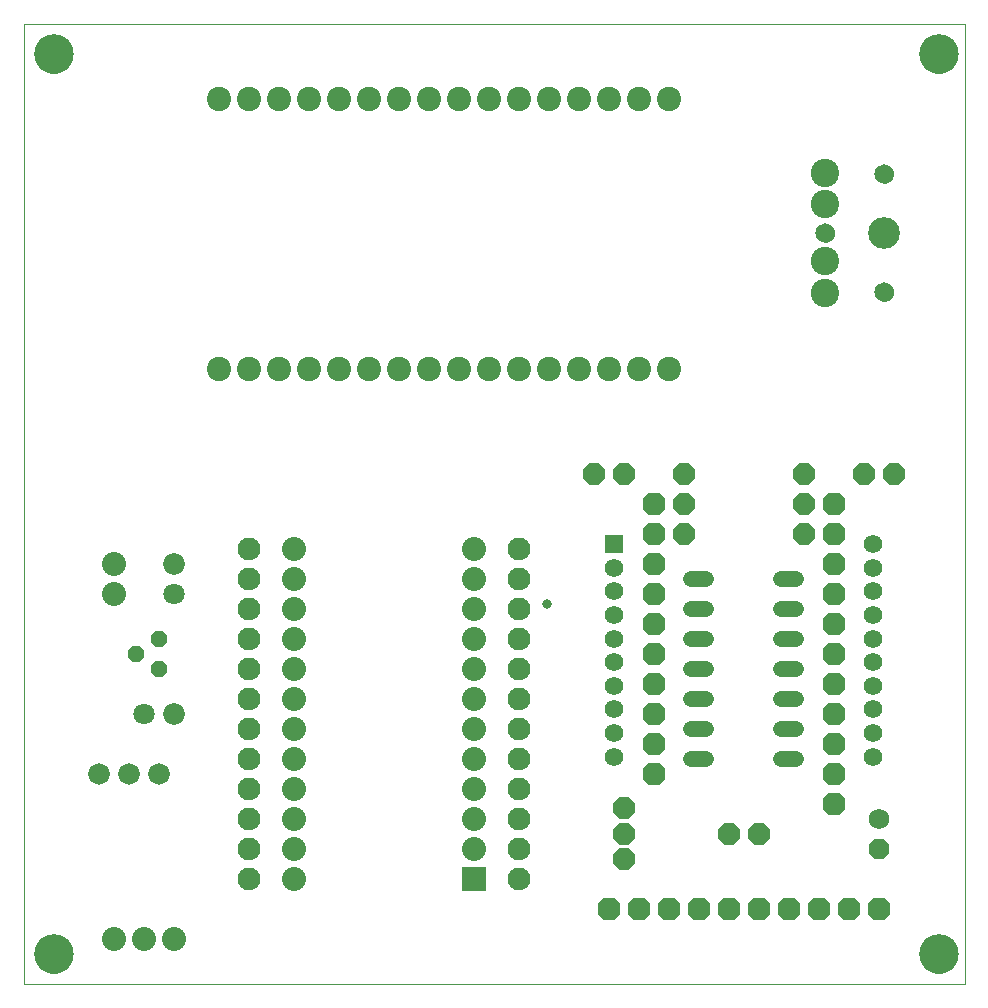
<source format=gbs>
G75*
%MOIN*%
%OFA0B0*%
%FSLAX25Y25*%
%IPPOS*%
%LPD*%
%AMOC8*
5,1,8,0,0,1.08239X$1,22.5*
%
%ADD10C,0.00000*%
%ADD11C,0.13198*%
%ADD12C,0.08000*%
%ADD13OC8,0.05400*%
%ADD14C,0.07071*%
%ADD15C,0.07211*%
%ADD16C,0.06200*%
%ADD17R,0.06200X0.06200*%
%ADD18OC8,0.07200*%
%ADD19OC8,0.06900*%
%ADD20C,0.06900*%
%ADD21C,0.05400*%
%ADD22OC8,0.07600*%
%ADD23R,0.08000X0.08000*%
%ADD24C,0.07600*%
%ADD25C,0.08100*%
%ADD26C,0.10600*%
%ADD27C,0.09458*%
%ADD28C,0.06506*%
%ADD29C,0.07200*%
%ADD30C,0.03300*%
D10*
X0001800Y0001800D02*
X0001800Y0321761D01*
X0315501Y0321761D01*
X0315501Y0001800D01*
X0001800Y0001800D01*
X0005501Y0011800D02*
X0005503Y0011958D01*
X0005509Y0012116D01*
X0005519Y0012274D01*
X0005533Y0012432D01*
X0005551Y0012589D01*
X0005572Y0012746D01*
X0005598Y0012902D01*
X0005628Y0013058D01*
X0005661Y0013213D01*
X0005699Y0013366D01*
X0005740Y0013519D01*
X0005785Y0013671D01*
X0005834Y0013822D01*
X0005887Y0013971D01*
X0005943Y0014119D01*
X0006003Y0014265D01*
X0006067Y0014410D01*
X0006135Y0014553D01*
X0006206Y0014695D01*
X0006280Y0014835D01*
X0006358Y0014972D01*
X0006440Y0015108D01*
X0006524Y0015242D01*
X0006613Y0015373D01*
X0006704Y0015502D01*
X0006799Y0015629D01*
X0006896Y0015754D01*
X0006997Y0015876D01*
X0007101Y0015995D01*
X0007208Y0016112D01*
X0007318Y0016226D01*
X0007431Y0016337D01*
X0007546Y0016446D01*
X0007664Y0016551D01*
X0007785Y0016653D01*
X0007908Y0016753D01*
X0008034Y0016849D01*
X0008162Y0016942D01*
X0008292Y0017032D01*
X0008425Y0017118D01*
X0008560Y0017202D01*
X0008696Y0017281D01*
X0008835Y0017358D01*
X0008976Y0017430D01*
X0009118Y0017500D01*
X0009262Y0017565D01*
X0009408Y0017627D01*
X0009555Y0017685D01*
X0009704Y0017740D01*
X0009854Y0017791D01*
X0010005Y0017838D01*
X0010157Y0017881D01*
X0010310Y0017920D01*
X0010465Y0017956D01*
X0010620Y0017987D01*
X0010776Y0018015D01*
X0010932Y0018039D01*
X0011089Y0018059D01*
X0011247Y0018075D01*
X0011404Y0018087D01*
X0011563Y0018095D01*
X0011721Y0018099D01*
X0011879Y0018099D01*
X0012037Y0018095D01*
X0012196Y0018087D01*
X0012353Y0018075D01*
X0012511Y0018059D01*
X0012668Y0018039D01*
X0012824Y0018015D01*
X0012980Y0017987D01*
X0013135Y0017956D01*
X0013290Y0017920D01*
X0013443Y0017881D01*
X0013595Y0017838D01*
X0013746Y0017791D01*
X0013896Y0017740D01*
X0014045Y0017685D01*
X0014192Y0017627D01*
X0014338Y0017565D01*
X0014482Y0017500D01*
X0014624Y0017430D01*
X0014765Y0017358D01*
X0014904Y0017281D01*
X0015040Y0017202D01*
X0015175Y0017118D01*
X0015308Y0017032D01*
X0015438Y0016942D01*
X0015566Y0016849D01*
X0015692Y0016753D01*
X0015815Y0016653D01*
X0015936Y0016551D01*
X0016054Y0016446D01*
X0016169Y0016337D01*
X0016282Y0016226D01*
X0016392Y0016112D01*
X0016499Y0015995D01*
X0016603Y0015876D01*
X0016704Y0015754D01*
X0016801Y0015629D01*
X0016896Y0015502D01*
X0016987Y0015373D01*
X0017076Y0015242D01*
X0017160Y0015108D01*
X0017242Y0014972D01*
X0017320Y0014835D01*
X0017394Y0014695D01*
X0017465Y0014553D01*
X0017533Y0014410D01*
X0017597Y0014265D01*
X0017657Y0014119D01*
X0017713Y0013971D01*
X0017766Y0013822D01*
X0017815Y0013671D01*
X0017860Y0013519D01*
X0017901Y0013366D01*
X0017939Y0013213D01*
X0017972Y0013058D01*
X0018002Y0012902D01*
X0018028Y0012746D01*
X0018049Y0012589D01*
X0018067Y0012432D01*
X0018081Y0012274D01*
X0018091Y0012116D01*
X0018097Y0011958D01*
X0018099Y0011800D01*
X0018097Y0011642D01*
X0018091Y0011484D01*
X0018081Y0011326D01*
X0018067Y0011168D01*
X0018049Y0011011D01*
X0018028Y0010854D01*
X0018002Y0010698D01*
X0017972Y0010542D01*
X0017939Y0010387D01*
X0017901Y0010234D01*
X0017860Y0010081D01*
X0017815Y0009929D01*
X0017766Y0009778D01*
X0017713Y0009629D01*
X0017657Y0009481D01*
X0017597Y0009335D01*
X0017533Y0009190D01*
X0017465Y0009047D01*
X0017394Y0008905D01*
X0017320Y0008765D01*
X0017242Y0008628D01*
X0017160Y0008492D01*
X0017076Y0008358D01*
X0016987Y0008227D01*
X0016896Y0008098D01*
X0016801Y0007971D01*
X0016704Y0007846D01*
X0016603Y0007724D01*
X0016499Y0007605D01*
X0016392Y0007488D01*
X0016282Y0007374D01*
X0016169Y0007263D01*
X0016054Y0007154D01*
X0015936Y0007049D01*
X0015815Y0006947D01*
X0015692Y0006847D01*
X0015566Y0006751D01*
X0015438Y0006658D01*
X0015308Y0006568D01*
X0015175Y0006482D01*
X0015040Y0006398D01*
X0014904Y0006319D01*
X0014765Y0006242D01*
X0014624Y0006170D01*
X0014482Y0006100D01*
X0014338Y0006035D01*
X0014192Y0005973D01*
X0014045Y0005915D01*
X0013896Y0005860D01*
X0013746Y0005809D01*
X0013595Y0005762D01*
X0013443Y0005719D01*
X0013290Y0005680D01*
X0013135Y0005644D01*
X0012980Y0005613D01*
X0012824Y0005585D01*
X0012668Y0005561D01*
X0012511Y0005541D01*
X0012353Y0005525D01*
X0012196Y0005513D01*
X0012037Y0005505D01*
X0011879Y0005501D01*
X0011721Y0005501D01*
X0011563Y0005505D01*
X0011404Y0005513D01*
X0011247Y0005525D01*
X0011089Y0005541D01*
X0010932Y0005561D01*
X0010776Y0005585D01*
X0010620Y0005613D01*
X0010465Y0005644D01*
X0010310Y0005680D01*
X0010157Y0005719D01*
X0010005Y0005762D01*
X0009854Y0005809D01*
X0009704Y0005860D01*
X0009555Y0005915D01*
X0009408Y0005973D01*
X0009262Y0006035D01*
X0009118Y0006100D01*
X0008976Y0006170D01*
X0008835Y0006242D01*
X0008696Y0006319D01*
X0008560Y0006398D01*
X0008425Y0006482D01*
X0008292Y0006568D01*
X0008162Y0006658D01*
X0008034Y0006751D01*
X0007908Y0006847D01*
X0007785Y0006947D01*
X0007664Y0007049D01*
X0007546Y0007154D01*
X0007431Y0007263D01*
X0007318Y0007374D01*
X0007208Y0007488D01*
X0007101Y0007605D01*
X0006997Y0007724D01*
X0006896Y0007846D01*
X0006799Y0007971D01*
X0006704Y0008098D01*
X0006613Y0008227D01*
X0006524Y0008358D01*
X0006440Y0008492D01*
X0006358Y0008628D01*
X0006280Y0008765D01*
X0006206Y0008905D01*
X0006135Y0009047D01*
X0006067Y0009190D01*
X0006003Y0009335D01*
X0005943Y0009481D01*
X0005887Y0009629D01*
X0005834Y0009778D01*
X0005785Y0009929D01*
X0005740Y0010081D01*
X0005699Y0010234D01*
X0005661Y0010387D01*
X0005628Y0010542D01*
X0005598Y0010698D01*
X0005572Y0010854D01*
X0005551Y0011011D01*
X0005533Y0011168D01*
X0005519Y0011326D01*
X0005509Y0011484D01*
X0005503Y0011642D01*
X0005501Y0011800D01*
X0266032Y0252194D02*
X0266034Y0252302D01*
X0266040Y0252411D01*
X0266050Y0252519D01*
X0266064Y0252626D01*
X0266082Y0252733D01*
X0266103Y0252840D01*
X0266129Y0252945D01*
X0266159Y0253050D01*
X0266192Y0253153D01*
X0266229Y0253255D01*
X0266270Y0253355D01*
X0266314Y0253454D01*
X0266363Y0253552D01*
X0266414Y0253647D01*
X0266469Y0253740D01*
X0266528Y0253832D01*
X0266590Y0253921D01*
X0266655Y0254008D01*
X0266723Y0254092D01*
X0266794Y0254174D01*
X0266868Y0254253D01*
X0266945Y0254329D01*
X0267025Y0254403D01*
X0267108Y0254473D01*
X0267193Y0254541D01*
X0267280Y0254605D01*
X0267370Y0254666D01*
X0267462Y0254724D01*
X0267556Y0254778D01*
X0267652Y0254829D01*
X0267749Y0254876D01*
X0267849Y0254920D01*
X0267950Y0254960D01*
X0268052Y0254996D01*
X0268155Y0255028D01*
X0268260Y0255057D01*
X0268366Y0255081D01*
X0268472Y0255102D01*
X0268579Y0255119D01*
X0268687Y0255132D01*
X0268795Y0255141D01*
X0268904Y0255146D01*
X0269012Y0255147D01*
X0269121Y0255144D01*
X0269229Y0255137D01*
X0269337Y0255126D01*
X0269444Y0255111D01*
X0269551Y0255092D01*
X0269657Y0255069D01*
X0269762Y0255043D01*
X0269867Y0255012D01*
X0269969Y0254978D01*
X0270071Y0254940D01*
X0270171Y0254898D01*
X0270270Y0254853D01*
X0270367Y0254804D01*
X0270461Y0254751D01*
X0270554Y0254695D01*
X0270645Y0254636D01*
X0270734Y0254573D01*
X0270820Y0254508D01*
X0270904Y0254439D01*
X0270985Y0254367D01*
X0271063Y0254292D01*
X0271139Y0254214D01*
X0271212Y0254133D01*
X0271282Y0254050D01*
X0271348Y0253965D01*
X0271412Y0253877D01*
X0271472Y0253786D01*
X0271529Y0253694D01*
X0271582Y0253599D01*
X0271632Y0253503D01*
X0271678Y0253405D01*
X0271721Y0253305D01*
X0271760Y0253204D01*
X0271795Y0253101D01*
X0271827Y0252998D01*
X0271854Y0252893D01*
X0271878Y0252787D01*
X0271898Y0252680D01*
X0271914Y0252573D01*
X0271926Y0252465D01*
X0271934Y0252357D01*
X0271938Y0252248D01*
X0271938Y0252140D01*
X0271934Y0252031D01*
X0271926Y0251923D01*
X0271914Y0251815D01*
X0271898Y0251708D01*
X0271878Y0251601D01*
X0271854Y0251495D01*
X0271827Y0251390D01*
X0271795Y0251287D01*
X0271760Y0251184D01*
X0271721Y0251083D01*
X0271678Y0250983D01*
X0271632Y0250885D01*
X0271582Y0250789D01*
X0271529Y0250694D01*
X0271472Y0250602D01*
X0271412Y0250511D01*
X0271348Y0250423D01*
X0271282Y0250338D01*
X0271212Y0250255D01*
X0271139Y0250174D01*
X0271063Y0250096D01*
X0270985Y0250021D01*
X0270904Y0249949D01*
X0270820Y0249880D01*
X0270734Y0249815D01*
X0270645Y0249752D01*
X0270554Y0249693D01*
X0270462Y0249637D01*
X0270367Y0249584D01*
X0270270Y0249535D01*
X0270171Y0249490D01*
X0270071Y0249448D01*
X0269969Y0249410D01*
X0269867Y0249376D01*
X0269762Y0249345D01*
X0269657Y0249319D01*
X0269551Y0249296D01*
X0269444Y0249277D01*
X0269337Y0249262D01*
X0269229Y0249251D01*
X0269121Y0249244D01*
X0269012Y0249241D01*
X0268904Y0249242D01*
X0268795Y0249247D01*
X0268687Y0249256D01*
X0268579Y0249269D01*
X0268472Y0249286D01*
X0268366Y0249307D01*
X0268260Y0249331D01*
X0268155Y0249360D01*
X0268052Y0249392D01*
X0267950Y0249428D01*
X0267849Y0249468D01*
X0267749Y0249512D01*
X0267652Y0249559D01*
X0267556Y0249610D01*
X0267462Y0249664D01*
X0267370Y0249722D01*
X0267280Y0249783D01*
X0267193Y0249847D01*
X0267108Y0249915D01*
X0267025Y0249985D01*
X0266945Y0250059D01*
X0266868Y0250135D01*
X0266794Y0250214D01*
X0266723Y0250296D01*
X0266655Y0250380D01*
X0266590Y0250467D01*
X0266528Y0250556D01*
X0266469Y0250648D01*
X0266414Y0250741D01*
X0266363Y0250836D01*
X0266314Y0250934D01*
X0266270Y0251033D01*
X0266229Y0251133D01*
X0266192Y0251235D01*
X0266159Y0251338D01*
X0266129Y0251443D01*
X0266103Y0251548D01*
X0266082Y0251655D01*
X0266064Y0251762D01*
X0266050Y0251869D01*
X0266040Y0251977D01*
X0266034Y0252086D01*
X0266032Y0252194D01*
X0285717Y0271879D02*
X0285719Y0271987D01*
X0285725Y0272096D01*
X0285735Y0272204D01*
X0285749Y0272311D01*
X0285767Y0272418D01*
X0285788Y0272525D01*
X0285814Y0272630D01*
X0285844Y0272735D01*
X0285877Y0272838D01*
X0285914Y0272940D01*
X0285955Y0273040D01*
X0285999Y0273139D01*
X0286048Y0273237D01*
X0286099Y0273332D01*
X0286154Y0273425D01*
X0286213Y0273517D01*
X0286275Y0273606D01*
X0286340Y0273693D01*
X0286408Y0273777D01*
X0286479Y0273859D01*
X0286553Y0273938D01*
X0286630Y0274014D01*
X0286710Y0274088D01*
X0286793Y0274158D01*
X0286878Y0274226D01*
X0286965Y0274290D01*
X0287055Y0274351D01*
X0287147Y0274409D01*
X0287241Y0274463D01*
X0287337Y0274514D01*
X0287434Y0274561D01*
X0287534Y0274605D01*
X0287635Y0274645D01*
X0287737Y0274681D01*
X0287840Y0274713D01*
X0287945Y0274742D01*
X0288051Y0274766D01*
X0288157Y0274787D01*
X0288264Y0274804D01*
X0288372Y0274817D01*
X0288480Y0274826D01*
X0288589Y0274831D01*
X0288697Y0274832D01*
X0288806Y0274829D01*
X0288914Y0274822D01*
X0289022Y0274811D01*
X0289129Y0274796D01*
X0289236Y0274777D01*
X0289342Y0274754D01*
X0289447Y0274728D01*
X0289552Y0274697D01*
X0289654Y0274663D01*
X0289756Y0274625D01*
X0289856Y0274583D01*
X0289955Y0274538D01*
X0290052Y0274489D01*
X0290146Y0274436D01*
X0290239Y0274380D01*
X0290330Y0274321D01*
X0290419Y0274258D01*
X0290505Y0274193D01*
X0290589Y0274124D01*
X0290670Y0274052D01*
X0290748Y0273977D01*
X0290824Y0273899D01*
X0290897Y0273818D01*
X0290967Y0273735D01*
X0291033Y0273650D01*
X0291097Y0273562D01*
X0291157Y0273471D01*
X0291214Y0273379D01*
X0291267Y0273284D01*
X0291317Y0273188D01*
X0291363Y0273090D01*
X0291406Y0272990D01*
X0291445Y0272889D01*
X0291480Y0272786D01*
X0291512Y0272683D01*
X0291539Y0272578D01*
X0291563Y0272472D01*
X0291583Y0272365D01*
X0291599Y0272258D01*
X0291611Y0272150D01*
X0291619Y0272042D01*
X0291623Y0271933D01*
X0291623Y0271825D01*
X0291619Y0271716D01*
X0291611Y0271608D01*
X0291599Y0271500D01*
X0291583Y0271393D01*
X0291563Y0271286D01*
X0291539Y0271180D01*
X0291512Y0271075D01*
X0291480Y0270972D01*
X0291445Y0270869D01*
X0291406Y0270768D01*
X0291363Y0270668D01*
X0291317Y0270570D01*
X0291267Y0270474D01*
X0291214Y0270379D01*
X0291157Y0270287D01*
X0291097Y0270196D01*
X0291033Y0270108D01*
X0290967Y0270023D01*
X0290897Y0269940D01*
X0290824Y0269859D01*
X0290748Y0269781D01*
X0290670Y0269706D01*
X0290589Y0269634D01*
X0290505Y0269565D01*
X0290419Y0269500D01*
X0290330Y0269437D01*
X0290239Y0269378D01*
X0290147Y0269322D01*
X0290052Y0269269D01*
X0289955Y0269220D01*
X0289856Y0269175D01*
X0289756Y0269133D01*
X0289654Y0269095D01*
X0289552Y0269061D01*
X0289447Y0269030D01*
X0289342Y0269004D01*
X0289236Y0268981D01*
X0289129Y0268962D01*
X0289022Y0268947D01*
X0288914Y0268936D01*
X0288806Y0268929D01*
X0288697Y0268926D01*
X0288589Y0268927D01*
X0288480Y0268932D01*
X0288372Y0268941D01*
X0288264Y0268954D01*
X0288157Y0268971D01*
X0288051Y0268992D01*
X0287945Y0269016D01*
X0287840Y0269045D01*
X0287737Y0269077D01*
X0287635Y0269113D01*
X0287534Y0269153D01*
X0287434Y0269197D01*
X0287337Y0269244D01*
X0287241Y0269295D01*
X0287147Y0269349D01*
X0287055Y0269407D01*
X0286965Y0269468D01*
X0286878Y0269532D01*
X0286793Y0269600D01*
X0286710Y0269670D01*
X0286630Y0269744D01*
X0286553Y0269820D01*
X0286479Y0269899D01*
X0286408Y0269981D01*
X0286340Y0270065D01*
X0286275Y0270152D01*
X0286213Y0270241D01*
X0286154Y0270333D01*
X0286099Y0270426D01*
X0286048Y0270521D01*
X0285999Y0270619D01*
X0285955Y0270718D01*
X0285914Y0270818D01*
X0285877Y0270920D01*
X0285844Y0271023D01*
X0285814Y0271128D01*
X0285788Y0271233D01*
X0285767Y0271340D01*
X0285749Y0271447D01*
X0285735Y0271554D01*
X0285725Y0271662D01*
X0285719Y0271771D01*
X0285717Y0271879D01*
X0285717Y0232509D02*
X0285719Y0232617D01*
X0285725Y0232726D01*
X0285735Y0232834D01*
X0285749Y0232941D01*
X0285767Y0233048D01*
X0285788Y0233155D01*
X0285814Y0233260D01*
X0285844Y0233365D01*
X0285877Y0233468D01*
X0285914Y0233570D01*
X0285955Y0233670D01*
X0285999Y0233769D01*
X0286048Y0233867D01*
X0286099Y0233962D01*
X0286154Y0234055D01*
X0286213Y0234147D01*
X0286275Y0234236D01*
X0286340Y0234323D01*
X0286408Y0234407D01*
X0286479Y0234489D01*
X0286553Y0234568D01*
X0286630Y0234644D01*
X0286710Y0234718D01*
X0286793Y0234788D01*
X0286878Y0234856D01*
X0286965Y0234920D01*
X0287055Y0234981D01*
X0287147Y0235039D01*
X0287241Y0235093D01*
X0287337Y0235144D01*
X0287434Y0235191D01*
X0287534Y0235235D01*
X0287635Y0235275D01*
X0287737Y0235311D01*
X0287840Y0235343D01*
X0287945Y0235372D01*
X0288051Y0235396D01*
X0288157Y0235417D01*
X0288264Y0235434D01*
X0288372Y0235447D01*
X0288480Y0235456D01*
X0288589Y0235461D01*
X0288697Y0235462D01*
X0288806Y0235459D01*
X0288914Y0235452D01*
X0289022Y0235441D01*
X0289129Y0235426D01*
X0289236Y0235407D01*
X0289342Y0235384D01*
X0289447Y0235358D01*
X0289552Y0235327D01*
X0289654Y0235293D01*
X0289756Y0235255D01*
X0289856Y0235213D01*
X0289955Y0235168D01*
X0290052Y0235119D01*
X0290146Y0235066D01*
X0290239Y0235010D01*
X0290330Y0234951D01*
X0290419Y0234888D01*
X0290505Y0234823D01*
X0290589Y0234754D01*
X0290670Y0234682D01*
X0290748Y0234607D01*
X0290824Y0234529D01*
X0290897Y0234448D01*
X0290967Y0234365D01*
X0291033Y0234280D01*
X0291097Y0234192D01*
X0291157Y0234101D01*
X0291214Y0234009D01*
X0291267Y0233914D01*
X0291317Y0233818D01*
X0291363Y0233720D01*
X0291406Y0233620D01*
X0291445Y0233519D01*
X0291480Y0233416D01*
X0291512Y0233313D01*
X0291539Y0233208D01*
X0291563Y0233102D01*
X0291583Y0232995D01*
X0291599Y0232888D01*
X0291611Y0232780D01*
X0291619Y0232672D01*
X0291623Y0232563D01*
X0291623Y0232455D01*
X0291619Y0232346D01*
X0291611Y0232238D01*
X0291599Y0232130D01*
X0291583Y0232023D01*
X0291563Y0231916D01*
X0291539Y0231810D01*
X0291512Y0231705D01*
X0291480Y0231602D01*
X0291445Y0231499D01*
X0291406Y0231398D01*
X0291363Y0231298D01*
X0291317Y0231200D01*
X0291267Y0231104D01*
X0291214Y0231009D01*
X0291157Y0230917D01*
X0291097Y0230826D01*
X0291033Y0230738D01*
X0290967Y0230653D01*
X0290897Y0230570D01*
X0290824Y0230489D01*
X0290748Y0230411D01*
X0290670Y0230336D01*
X0290589Y0230264D01*
X0290505Y0230195D01*
X0290419Y0230130D01*
X0290330Y0230067D01*
X0290239Y0230008D01*
X0290147Y0229952D01*
X0290052Y0229899D01*
X0289955Y0229850D01*
X0289856Y0229805D01*
X0289756Y0229763D01*
X0289654Y0229725D01*
X0289552Y0229691D01*
X0289447Y0229660D01*
X0289342Y0229634D01*
X0289236Y0229611D01*
X0289129Y0229592D01*
X0289022Y0229577D01*
X0288914Y0229566D01*
X0288806Y0229559D01*
X0288697Y0229556D01*
X0288589Y0229557D01*
X0288480Y0229562D01*
X0288372Y0229571D01*
X0288264Y0229584D01*
X0288157Y0229601D01*
X0288051Y0229622D01*
X0287945Y0229646D01*
X0287840Y0229675D01*
X0287737Y0229707D01*
X0287635Y0229743D01*
X0287534Y0229783D01*
X0287434Y0229827D01*
X0287337Y0229874D01*
X0287241Y0229925D01*
X0287147Y0229979D01*
X0287055Y0230037D01*
X0286965Y0230098D01*
X0286878Y0230162D01*
X0286793Y0230230D01*
X0286710Y0230300D01*
X0286630Y0230374D01*
X0286553Y0230450D01*
X0286479Y0230529D01*
X0286408Y0230611D01*
X0286340Y0230695D01*
X0286275Y0230782D01*
X0286213Y0230871D01*
X0286154Y0230963D01*
X0286099Y0231056D01*
X0286048Y0231151D01*
X0285999Y0231249D01*
X0285955Y0231348D01*
X0285914Y0231448D01*
X0285877Y0231550D01*
X0285844Y0231653D01*
X0285814Y0231758D01*
X0285788Y0231863D01*
X0285767Y0231970D01*
X0285749Y0232077D01*
X0285735Y0232184D01*
X0285725Y0232292D01*
X0285719Y0232401D01*
X0285717Y0232509D01*
X0300501Y0311800D02*
X0300503Y0311958D01*
X0300509Y0312116D01*
X0300519Y0312274D01*
X0300533Y0312432D01*
X0300551Y0312589D01*
X0300572Y0312746D01*
X0300598Y0312902D01*
X0300628Y0313058D01*
X0300661Y0313213D01*
X0300699Y0313366D01*
X0300740Y0313519D01*
X0300785Y0313671D01*
X0300834Y0313822D01*
X0300887Y0313971D01*
X0300943Y0314119D01*
X0301003Y0314265D01*
X0301067Y0314410D01*
X0301135Y0314553D01*
X0301206Y0314695D01*
X0301280Y0314835D01*
X0301358Y0314972D01*
X0301440Y0315108D01*
X0301524Y0315242D01*
X0301613Y0315373D01*
X0301704Y0315502D01*
X0301799Y0315629D01*
X0301896Y0315754D01*
X0301997Y0315876D01*
X0302101Y0315995D01*
X0302208Y0316112D01*
X0302318Y0316226D01*
X0302431Y0316337D01*
X0302546Y0316446D01*
X0302664Y0316551D01*
X0302785Y0316653D01*
X0302908Y0316753D01*
X0303034Y0316849D01*
X0303162Y0316942D01*
X0303292Y0317032D01*
X0303425Y0317118D01*
X0303560Y0317202D01*
X0303696Y0317281D01*
X0303835Y0317358D01*
X0303976Y0317430D01*
X0304118Y0317500D01*
X0304262Y0317565D01*
X0304408Y0317627D01*
X0304555Y0317685D01*
X0304704Y0317740D01*
X0304854Y0317791D01*
X0305005Y0317838D01*
X0305157Y0317881D01*
X0305310Y0317920D01*
X0305465Y0317956D01*
X0305620Y0317987D01*
X0305776Y0318015D01*
X0305932Y0318039D01*
X0306089Y0318059D01*
X0306247Y0318075D01*
X0306404Y0318087D01*
X0306563Y0318095D01*
X0306721Y0318099D01*
X0306879Y0318099D01*
X0307037Y0318095D01*
X0307196Y0318087D01*
X0307353Y0318075D01*
X0307511Y0318059D01*
X0307668Y0318039D01*
X0307824Y0318015D01*
X0307980Y0317987D01*
X0308135Y0317956D01*
X0308290Y0317920D01*
X0308443Y0317881D01*
X0308595Y0317838D01*
X0308746Y0317791D01*
X0308896Y0317740D01*
X0309045Y0317685D01*
X0309192Y0317627D01*
X0309338Y0317565D01*
X0309482Y0317500D01*
X0309624Y0317430D01*
X0309765Y0317358D01*
X0309904Y0317281D01*
X0310040Y0317202D01*
X0310175Y0317118D01*
X0310308Y0317032D01*
X0310438Y0316942D01*
X0310566Y0316849D01*
X0310692Y0316753D01*
X0310815Y0316653D01*
X0310936Y0316551D01*
X0311054Y0316446D01*
X0311169Y0316337D01*
X0311282Y0316226D01*
X0311392Y0316112D01*
X0311499Y0315995D01*
X0311603Y0315876D01*
X0311704Y0315754D01*
X0311801Y0315629D01*
X0311896Y0315502D01*
X0311987Y0315373D01*
X0312076Y0315242D01*
X0312160Y0315108D01*
X0312242Y0314972D01*
X0312320Y0314835D01*
X0312394Y0314695D01*
X0312465Y0314553D01*
X0312533Y0314410D01*
X0312597Y0314265D01*
X0312657Y0314119D01*
X0312713Y0313971D01*
X0312766Y0313822D01*
X0312815Y0313671D01*
X0312860Y0313519D01*
X0312901Y0313366D01*
X0312939Y0313213D01*
X0312972Y0313058D01*
X0313002Y0312902D01*
X0313028Y0312746D01*
X0313049Y0312589D01*
X0313067Y0312432D01*
X0313081Y0312274D01*
X0313091Y0312116D01*
X0313097Y0311958D01*
X0313099Y0311800D01*
X0313097Y0311642D01*
X0313091Y0311484D01*
X0313081Y0311326D01*
X0313067Y0311168D01*
X0313049Y0311011D01*
X0313028Y0310854D01*
X0313002Y0310698D01*
X0312972Y0310542D01*
X0312939Y0310387D01*
X0312901Y0310234D01*
X0312860Y0310081D01*
X0312815Y0309929D01*
X0312766Y0309778D01*
X0312713Y0309629D01*
X0312657Y0309481D01*
X0312597Y0309335D01*
X0312533Y0309190D01*
X0312465Y0309047D01*
X0312394Y0308905D01*
X0312320Y0308765D01*
X0312242Y0308628D01*
X0312160Y0308492D01*
X0312076Y0308358D01*
X0311987Y0308227D01*
X0311896Y0308098D01*
X0311801Y0307971D01*
X0311704Y0307846D01*
X0311603Y0307724D01*
X0311499Y0307605D01*
X0311392Y0307488D01*
X0311282Y0307374D01*
X0311169Y0307263D01*
X0311054Y0307154D01*
X0310936Y0307049D01*
X0310815Y0306947D01*
X0310692Y0306847D01*
X0310566Y0306751D01*
X0310438Y0306658D01*
X0310308Y0306568D01*
X0310175Y0306482D01*
X0310040Y0306398D01*
X0309904Y0306319D01*
X0309765Y0306242D01*
X0309624Y0306170D01*
X0309482Y0306100D01*
X0309338Y0306035D01*
X0309192Y0305973D01*
X0309045Y0305915D01*
X0308896Y0305860D01*
X0308746Y0305809D01*
X0308595Y0305762D01*
X0308443Y0305719D01*
X0308290Y0305680D01*
X0308135Y0305644D01*
X0307980Y0305613D01*
X0307824Y0305585D01*
X0307668Y0305561D01*
X0307511Y0305541D01*
X0307353Y0305525D01*
X0307196Y0305513D01*
X0307037Y0305505D01*
X0306879Y0305501D01*
X0306721Y0305501D01*
X0306563Y0305505D01*
X0306404Y0305513D01*
X0306247Y0305525D01*
X0306089Y0305541D01*
X0305932Y0305561D01*
X0305776Y0305585D01*
X0305620Y0305613D01*
X0305465Y0305644D01*
X0305310Y0305680D01*
X0305157Y0305719D01*
X0305005Y0305762D01*
X0304854Y0305809D01*
X0304704Y0305860D01*
X0304555Y0305915D01*
X0304408Y0305973D01*
X0304262Y0306035D01*
X0304118Y0306100D01*
X0303976Y0306170D01*
X0303835Y0306242D01*
X0303696Y0306319D01*
X0303560Y0306398D01*
X0303425Y0306482D01*
X0303292Y0306568D01*
X0303162Y0306658D01*
X0303034Y0306751D01*
X0302908Y0306847D01*
X0302785Y0306947D01*
X0302664Y0307049D01*
X0302546Y0307154D01*
X0302431Y0307263D01*
X0302318Y0307374D01*
X0302208Y0307488D01*
X0302101Y0307605D01*
X0301997Y0307724D01*
X0301896Y0307846D01*
X0301799Y0307971D01*
X0301704Y0308098D01*
X0301613Y0308227D01*
X0301524Y0308358D01*
X0301440Y0308492D01*
X0301358Y0308628D01*
X0301280Y0308765D01*
X0301206Y0308905D01*
X0301135Y0309047D01*
X0301067Y0309190D01*
X0301003Y0309335D01*
X0300943Y0309481D01*
X0300887Y0309629D01*
X0300834Y0309778D01*
X0300785Y0309929D01*
X0300740Y0310081D01*
X0300699Y0310234D01*
X0300661Y0310387D01*
X0300628Y0310542D01*
X0300598Y0310698D01*
X0300572Y0310854D01*
X0300551Y0311011D01*
X0300533Y0311168D01*
X0300519Y0311326D01*
X0300509Y0311484D01*
X0300503Y0311642D01*
X0300501Y0311800D01*
X0005501Y0311800D02*
X0005503Y0311958D01*
X0005509Y0312116D01*
X0005519Y0312274D01*
X0005533Y0312432D01*
X0005551Y0312589D01*
X0005572Y0312746D01*
X0005598Y0312902D01*
X0005628Y0313058D01*
X0005661Y0313213D01*
X0005699Y0313366D01*
X0005740Y0313519D01*
X0005785Y0313671D01*
X0005834Y0313822D01*
X0005887Y0313971D01*
X0005943Y0314119D01*
X0006003Y0314265D01*
X0006067Y0314410D01*
X0006135Y0314553D01*
X0006206Y0314695D01*
X0006280Y0314835D01*
X0006358Y0314972D01*
X0006440Y0315108D01*
X0006524Y0315242D01*
X0006613Y0315373D01*
X0006704Y0315502D01*
X0006799Y0315629D01*
X0006896Y0315754D01*
X0006997Y0315876D01*
X0007101Y0315995D01*
X0007208Y0316112D01*
X0007318Y0316226D01*
X0007431Y0316337D01*
X0007546Y0316446D01*
X0007664Y0316551D01*
X0007785Y0316653D01*
X0007908Y0316753D01*
X0008034Y0316849D01*
X0008162Y0316942D01*
X0008292Y0317032D01*
X0008425Y0317118D01*
X0008560Y0317202D01*
X0008696Y0317281D01*
X0008835Y0317358D01*
X0008976Y0317430D01*
X0009118Y0317500D01*
X0009262Y0317565D01*
X0009408Y0317627D01*
X0009555Y0317685D01*
X0009704Y0317740D01*
X0009854Y0317791D01*
X0010005Y0317838D01*
X0010157Y0317881D01*
X0010310Y0317920D01*
X0010465Y0317956D01*
X0010620Y0317987D01*
X0010776Y0318015D01*
X0010932Y0318039D01*
X0011089Y0318059D01*
X0011247Y0318075D01*
X0011404Y0318087D01*
X0011563Y0318095D01*
X0011721Y0318099D01*
X0011879Y0318099D01*
X0012037Y0318095D01*
X0012196Y0318087D01*
X0012353Y0318075D01*
X0012511Y0318059D01*
X0012668Y0318039D01*
X0012824Y0318015D01*
X0012980Y0317987D01*
X0013135Y0317956D01*
X0013290Y0317920D01*
X0013443Y0317881D01*
X0013595Y0317838D01*
X0013746Y0317791D01*
X0013896Y0317740D01*
X0014045Y0317685D01*
X0014192Y0317627D01*
X0014338Y0317565D01*
X0014482Y0317500D01*
X0014624Y0317430D01*
X0014765Y0317358D01*
X0014904Y0317281D01*
X0015040Y0317202D01*
X0015175Y0317118D01*
X0015308Y0317032D01*
X0015438Y0316942D01*
X0015566Y0316849D01*
X0015692Y0316753D01*
X0015815Y0316653D01*
X0015936Y0316551D01*
X0016054Y0316446D01*
X0016169Y0316337D01*
X0016282Y0316226D01*
X0016392Y0316112D01*
X0016499Y0315995D01*
X0016603Y0315876D01*
X0016704Y0315754D01*
X0016801Y0315629D01*
X0016896Y0315502D01*
X0016987Y0315373D01*
X0017076Y0315242D01*
X0017160Y0315108D01*
X0017242Y0314972D01*
X0017320Y0314835D01*
X0017394Y0314695D01*
X0017465Y0314553D01*
X0017533Y0314410D01*
X0017597Y0314265D01*
X0017657Y0314119D01*
X0017713Y0313971D01*
X0017766Y0313822D01*
X0017815Y0313671D01*
X0017860Y0313519D01*
X0017901Y0313366D01*
X0017939Y0313213D01*
X0017972Y0313058D01*
X0018002Y0312902D01*
X0018028Y0312746D01*
X0018049Y0312589D01*
X0018067Y0312432D01*
X0018081Y0312274D01*
X0018091Y0312116D01*
X0018097Y0311958D01*
X0018099Y0311800D01*
X0018097Y0311642D01*
X0018091Y0311484D01*
X0018081Y0311326D01*
X0018067Y0311168D01*
X0018049Y0311011D01*
X0018028Y0310854D01*
X0018002Y0310698D01*
X0017972Y0310542D01*
X0017939Y0310387D01*
X0017901Y0310234D01*
X0017860Y0310081D01*
X0017815Y0309929D01*
X0017766Y0309778D01*
X0017713Y0309629D01*
X0017657Y0309481D01*
X0017597Y0309335D01*
X0017533Y0309190D01*
X0017465Y0309047D01*
X0017394Y0308905D01*
X0017320Y0308765D01*
X0017242Y0308628D01*
X0017160Y0308492D01*
X0017076Y0308358D01*
X0016987Y0308227D01*
X0016896Y0308098D01*
X0016801Y0307971D01*
X0016704Y0307846D01*
X0016603Y0307724D01*
X0016499Y0307605D01*
X0016392Y0307488D01*
X0016282Y0307374D01*
X0016169Y0307263D01*
X0016054Y0307154D01*
X0015936Y0307049D01*
X0015815Y0306947D01*
X0015692Y0306847D01*
X0015566Y0306751D01*
X0015438Y0306658D01*
X0015308Y0306568D01*
X0015175Y0306482D01*
X0015040Y0306398D01*
X0014904Y0306319D01*
X0014765Y0306242D01*
X0014624Y0306170D01*
X0014482Y0306100D01*
X0014338Y0306035D01*
X0014192Y0305973D01*
X0014045Y0305915D01*
X0013896Y0305860D01*
X0013746Y0305809D01*
X0013595Y0305762D01*
X0013443Y0305719D01*
X0013290Y0305680D01*
X0013135Y0305644D01*
X0012980Y0305613D01*
X0012824Y0305585D01*
X0012668Y0305561D01*
X0012511Y0305541D01*
X0012353Y0305525D01*
X0012196Y0305513D01*
X0012037Y0305505D01*
X0011879Y0305501D01*
X0011721Y0305501D01*
X0011563Y0305505D01*
X0011404Y0305513D01*
X0011247Y0305525D01*
X0011089Y0305541D01*
X0010932Y0305561D01*
X0010776Y0305585D01*
X0010620Y0305613D01*
X0010465Y0305644D01*
X0010310Y0305680D01*
X0010157Y0305719D01*
X0010005Y0305762D01*
X0009854Y0305809D01*
X0009704Y0305860D01*
X0009555Y0305915D01*
X0009408Y0305973D01*
X0009262Y0306035D01*
X0009118Y0306100D01*
X0008976Y0306170D01*
X0008835Y0306242D01*
X0008696Y0306319D01*
X0008560Y0306398D01*
X0008425Y0306482D01*
X0008292Y0306568D01*
X0008162Y0306658D01*
X0008034Y0306751D01*
X0007908Y0306847D01*
X0007785Y0306947D01*
X0007664Y0307049D01*
X0007546Y0307154D01*
X0007431Y0307263D01*
X0007318Y0307374D01*
X0007208Y0307488D01*
X0007101Y0307605D01*
X0006997Y0307724D01*
X0006896Y0307846D01*
X0006799Y0307971D01*
X0006704Y0308098D01*
X0006613Y0308227D01*
X0006524Y0308358D01*
X0006440Y0308492D01*
X0006358Y0308628D01*
X0006280Y0308765D01*
X0006206Y0308905D01*
X0006135Y0309047D01*
X0006067Y0309190D01*
X0006003Y0309335D01*
X0005943Y0309481D01*
X0005887Y0309629D01*
X0005834Y0309778D01*
X0005785Y0309929D01*
X0005740Y0310081D01*
X0005699Y0310234D01*
X0005661Y0310387D01*
X0005628Y0310542D01*
X0005598Y0310698D01*
X0005572Y0310854D01*
X0005551Y0311011D01*
X0005533Y0311168D01*
X0005519Y0311326D01*
X0005509Y0311484D01*
X0005503Y0311642D01*
X0005501Y0311800D01*
X0300501Y0011800D02*
X0300503Y0011958D01*
X0300509Y0012116D01*
X0300519Y0012274D01*
X0300533Y0012432D01*
X0300551Y0012589D01*
X0300572Y0012746D01*
X0300598Y0012902D01*
X0300628Y0013058D01*
X0300661Y0013213D01*
X0300699Y0013366D01*
X0300740Y0013519D01*
X0300785Y0013671D01*
X0300834Y0013822D01*
X0300887Y0013971D01*
X0300943Y0014119D01*
X0301003Y0014265D01*
X0301067Y0014410D01*
X0301135Y0014553D01*
X0301206Y0014695D01*
X0301280Y0014835D01*
X0301358Y0014972D01*
X0301440Y0015108D01*
X0301524Y0015242D01*
X0301613Y0015373D01*
X0301704Y0015502D01*
X0301799Y0015629D01*
X0301896Y0015754D01*
X0301997Y0015876D01*
X0302101Y0015995D01*
X0302208Y0016112D01*
X0302318Y0016226D01*
X0302431Y0016337D01*
X0302546Y0016446D01*
X0302664Y0016551D01*
X0302785Y0016653D01*
X0302908Y0016753D01*
X0303034Y0016849D01*
X0303162Y0016942D01*
X0303292Y0017032D01*
X0303425Y0017118D01*
X0303560Y0017202D01*
X0303696Y0017281D01*
X0303835Y0017358D01*
X0303976Y0017430D01*
X0304118Y0017500D01*
X0304262Y0017565D01*
X0304408Y0017627D01*
X0304555Y0017685D01*
X0304704Y0017740D01*
X0304854Y0017791D01*
X0305005Y0017838D01*
X0305157Y0017881D01*
X0305310Y0017920D01*
X0305465Y0017956D01*
X0305620Y0017987D01*
X0305776Y0018015D01*
X0305932Y0018039D01*
X0306089Y0018059D01*
X0306247Y0018075D01*
X0306404Y0018087D01*
X0306563Y0018095D01*
X0306721Y0018099D01*
X0306879Y0018099D01*
X0307037Y0018095D01*
X0307196Y0018087D01*
X0307353Y0018075D01*
X0307511Y0018059D01*
X0307668Y0018039D01*
X0307824Y0018015D01*
X0307980Y0017987D01*
X0308135Y0017956D01*
X0308290Y0017920D01*
X0308443Y0017881D01*
X0308595Y0017838D01*
X0308746Y0017791D01*
X0308896Y0017740D01*
X0309045Y0017685D01*
X0309192Y0017627D01*
X0309338Y0017565D01*
X0309482Y0017500D01*
X0309624Y0017430D01*
X0309765Y0017358D01*
X0309904Y0017281D01*
X0310040Y0017202D01*
X0310175Y0017118D01*
X0310308Y0017032D01*
X0310438Y0016942D01*
X0310566Y0016849D01*
X0310692Y0016753D01*
X0310815Y0016653D01*
X0310936Y0016551D01*
X0311054Y0016446D01*
X0311169Y0016337D01*
X0311282Y0016226D01*
X0311392Y0016112D01*
X0311499Y0015995D01*
X0311603Y0015876D01*
X0311704Y0015754D01*
X0311801Y0015629D01*
X0311896Y0015502D01*
X0311987Y0015373D01*
X0312076Y0015242D01*
X0312160Y0015108D01*
X0312242Y0014972D01*
X0312320Y0014835D01*
X0312394Y0014695D01*
X0312465Y0014553D01*
X0312533Y0014410D01*
X0312597Y0014265D01*
X0312657Y0014119D01*
X0312713Y0013971D01*
X0312766Y0013822D01*
X0312815Y0013671D01*
X0312860Y0013519D01*
X0312901Y0013366D01*
X0312939Y0013213D01*
X0312972Y0013058D01*
X0313002Y0012902D01*
X0313028Y0012746D01*
X0313049Y0012589D01*
X0313067Y0012432D01*
X0313081Y0012274D01*
X0313091Y0012116D01*
X0313097Y0011958D01*
X0313099Y0011800D01*
X0313097Y0011642D01*
X0313091Y0011484D01*
X0313081Y0011326D01*
X0313067Y0011168D01*
X0313049Y0011011D01*
X0313028Y0010854D01*
X0313002Y0010698D01*
X0312972Y0010542D01*
X0312939Y0010387D01*
X0312901Y0010234D01*
X0312860Y0010081D01*
X0312815Y0009929D01*
X0312766Y0009778D01*
X0312713Y0009629D01*
X0312657Y0009481D01*
X0312597Y0009335D01*
X0312533Y0009190D01*
X0312465Y0009047D01*
X0312394Y0008905D01*
X0312320Y0008765D01*
X0312242Y0008628D01*
X0312160Y0008492D01*
X0312076Y0008358D01*
X0311987Y0008227D01*
X0311896Y0008098D01*
X0311801Y0007971D01*
X0311704Y0007846D01*
X0311603Y0007724D01*
X0311499Y0007605D01*
X0311392Y0007488D01*
X0311282Y0007374D01*
X0311169Y0007263D01*
X0311054Y0007154D01*
X0310936Y0007049D01*
X0310815Y0006947D01*
X0310692Y0006847D01*
X0310566Y0006751D01*
X0310438Y0006658D01*
X0310308Y0006568D01*
X0310175Y0006482D01*
X0310040Y0006398D01*
X0309904Y0006319D01*
X0309765Y0006242D01*
X0309624Y0006170D01*
X0309482Y0006100D01*
X0309338Y0006035D01*
X0309192Y0005973D01*
X0309045Y0005915D01*
X0308896Y0005860D01*
X0308746Y0005809D01*
X0308595Y0005762D01*
X0308443Y0005719D01*
X0308290Y0005680D01*
X0308135Y0005644D01*
X0307980Y0005613D01*
X0307824Y0005585D01*
X0307668Y0005561D01*
X0307511Y0005541D01*
X0307353Y0005525D01*
X0307196Y0005513D01*
X0307037Y0005505D01*
X0306879Y0005501D01*
X0306721Y0005501D01*
X0306563Y0005505D01*
X0306404Y0005513D01*
X0306247Y0005525D01*
X0306089Y0005541D01*
X0305932Y0005561D01*
X0305776Y0005585D01*
X0305620Y0005613D01*
X0305465Y0005644D01*
X0305310Y0005680D01*
X0305157Y0005719D01*
X0305005Y0005762D01*
X0304854Y0005809D01*
X0304704Y0005860D01*
X0304555Y0005915D01*
X0304408Y0005973D01*
X0304262Y0006035D01*
X0304118Y0006100D01*
X0303976Y0006170D01*
X0303835Y0006242D01*
X0303696Y0006319D01*
X0303560Y0006398D01*
X0303425Y0006482D01*
X0303292Y0006568D01*
X0303162Y0006658D01*
X0303034Y0006751D01*
X0302908Y0006847D01*
X0302785Y0006947D01*
X0302664Y0007049D01*
X0302546Y0007154D01*
X0302431Y0007263D01*
X0302318Y0007374D01*
X0302208Y0007488D01*
X0302101Y0007605D01*
X0301997Y0007724D01*
X0301896Y0007846D01*
X0301799Y0007971D01*
X0301704Y0008098D01*
X0301613Y0008227D01*
X0301524Y0008358D01*
X0301440Y0008492D01*
X0301358Y0008628D01*
X0301280Y0008765D01*
X0301206Y0008905D01*
X0301135Y0009047D01*
X0301067Y0009190D01*
X0301003Y0009335D01*
X0300943Y0009481D01*
X0300887Y0009629D01*
X0300834Y0009778D01*
X0300785Y0009929D01*
X0300740Y0010081D01*
X0300699Y0010234D01*
X0300661Y0010387D01*
X0300628Y0010542D01*
X0300598Y0010698D01*
X0300572Y0010854D01*
X0300551Y0011011D01*
X0300533Y0011168D01*
X0300519Y0011326D01*
X0300509Y0011484D01*
X0300503Y0011642D01*
X0300501Y0011800D01*
D11*
X0306800Y0011800D03*
X0011800Y0011800D03*
X0011800Y0311800D03*
X0306800Y0311800D03*
D12*
X0151800Y0146800D03*
X0151800Y0136800D03*
X0151800Y0126800D03*
X0151800Y0116800D03*
X0151800Y0106800D03*
X0151800Y0096800D03*
X0151800Y0086800D03*
X0151800Y0076800D03*
X0151800Y0066800D03*
X0151800Y0056800D03*
X0151800Y0046800D03*
X0091800Y0046800D03*
X0091800Y0036800D03*
X0091800Y0056800D03*
X0091800Y0066800D03*
X0091800Y0076800D03*
X0091800Y0086800D03*
X0091800Y0096800D03*
X0091800Y0106800D03*
X0091800Y0116800D03*
X0091800Y0126800D03*
X0091800Y0136800D03*
X0091800Y0146800D03*
X0031800Y0141800D03*
X0031800Y0131800D03*
X0031800Y0016800D03*
X0041800Y0016800D03*
X0051800Y0016800D03*
D13*
X0046800Y0106800D03*
X0039300Y0111800D03*
X0046800Y0116800D03*
D14*
X0051800Y0131800D03*
X0041800Y0091800D03*
D15*
X0051800Y0091800D03*
X0051800Y0141800D03*
D16*
X0198493Y0140580D03*
X0198493Y0132706D03*
X0198493Y0124831D03*
X0198493Y0116957D03*
X0198493Y0109083D03*
X0198493Y0101209D03*
X0198493Y0093335D03*
X0198493Y0085461D03*
X0198493Y0077587D03*
X0285107Y0077587D03*
X0285107Y0085461D03*
X0285107Y0093335D03*
X0285107Y0101209D03*
X0285107Y0109083D03*
X0285107Y0116957D03*
X0285107Y0124831D03*
X0285107Y0132706D03*
X0285107Y0140580D03*
X0285107Y0148454D03*
D17*
X0198493Y0148454D03*
D18*
X0221800Y0151800D03*
X0221800Y0161800D03*
X0221800Y0171800D03*
X0201800Y0171800D03*
X0191800Y0171800D03*
X0261800Y0171800D03*
X0261800Y0161800D03*
X0261800Y0151800D03*
X0281800Y0171800D03*
X0291800Y0171800D03*
X0201800Y0060300D03*
X0201800Y0051800D03*
X0201800Y0043300D03*
X0236800Y0051800D03*
X0246800Y0051800D03*
D19*
X0286800Y0046800D03*
D20*
X0286800Y0056800D03*
D21*
X0259200Y0076800D02*
X0254400Y0076800D01*
X0254400Y0086800D02*
X0259200Y0086800D01*
X0259200Y0096800D02*
X0254400Y0096800D01*
X0254400Y0106800D02*
X0259200Y0106800D01*
X0259200Y0116800D02*
X0254400Y0116800D01*
X0254400Y0126800D02*
X0259200Y0126800D01*
X0259200Y0136800D02*
X0254400Y0136800D01*
X0229200Y0136800D02*
X0224400Y0136800D01*
X0224400Y0126800D02*
X0229200Y0126800D01*
X0229200Y0116800D02*
X0224400Y0116800D01*
X0224400Y0106800D02*
X0229200Y0106800D01*
X0229200Y0096800D02*
X0224400Y0096800D01*
X0224400Y0086800D02*
X0229200Y0086800D01*
X0229200Y0076800D02*
X0224400Y0076800D01*
D22*
X0211800Y0071800D03*
X0211800Y0081800D03*
X0211800Y0091800D03*
X0211800Y0101800D03*
X0211800Y0111800D03*
X0211800Y0121800D03*
X0211800Y0131800D03*
X0211800Y0141800D03*
X0211800Y0151800D03*
X0211800Y0161800D03*
X0271800Y0161800D03*
X0271800Y0151800D03*
X0271800Y0141800D03*
X0271800Y0131800D03*
X0271800Y0121800D03*
X0271800Y0111800D03*
X0271800Y0101800D03*
X0271800Y0091800D03*
X0271800Y0081800D03*
X0271800Y0071800D03*
X0271800Y0061800D03*
X0266800Y0026800D03*
X0276800Y0026800D03*
X0286800Y0026800D03*
X0256800Y0026800D03*
X0246800Y0026800D03*
X0236800Y0026800D03*
X0226800Y0026800D03*
X0216800Y0026800D03*
X0206800Y0026800D03*
X0196800Y0026800D03*
D23*
X0151800Y0036800D03*
D24*
X0166800Y0036800D03*
X0166800Y0046800D03*
X0166800Y0056800D03*
X0166800Y0066800D03*
X0166800Y0076800D03*
X0166800Y0086800D03*
X0166800Y0096800D03*
X0166800Y0106800D03*
X0166800Y0116800D03*
X0166800Y0126800D03*
X0166800Y0136800D03*
X0166800Y0146800D03*
X0076800Y0146800D03*
X0076800Y0136800D03*
X0076800Y0126800D03*
X0076800Y0116800D03*
X0076800Y0106800D03*
X0076800Y0096800D03*
X0076800Y0086800D03*
X0076800Y0076800D03*
X0076800Y0066800D03*
X0076800Y0056800D03*
X0076800Y0046800D03*
X0076800Y0036800D03*
D25*
X0076800Y0206800D03*
X0066800Y0206800D03*
X0086800Y0206800D03*
X0096800Y0206800D03*
X0106800Y0206800D03*
X0116800Y0206800D03*
X0126800Y0206800D03*
X0136800Y0206800D03*
X0146800Y0206800D03*
X0156800Y0206800D03*
X0166800Y0206800D03*
X0176800Y0206800D03*
X0186800Y0206800D03*
X0196800Y0206800D03*
X0206800Y0206800D03*
X0216800Y0206800D03*
X0216800Y0296800D03*
X0206800Y0296800D03*
X0196800Y0296800D03*
X0186800Y0296800D03*
X0176800Y0296800D03*
X0166800Y0296800D03*
X0156800Y0296800D03*
X0146800Y0296800D03*
X0136800Y0296800D03*
X0126800Y0296800D03*
X0116800Y0296800D03*
X0106800Y0296800D03*
X0096800Y0296800D03*
X0086800Y0296800D03*
X0076800Y0296800D03*
X0066800Y0296800D03*
D26*
X0288670Y0252194D03*
D27*
X0268985Y0261643D03*
X0268985Y0272272D03*
X0268985Y0242745D03*
X0268985Y0232115D03*
D28*
X0288670Y0232509D03*
X0268985Y0252194D03*
X0288670Y0271879D03*
D29*
X0046800Y0071800D03*
X0036800Y0071800D03*
X0026800Y0071800D03*
D30*
X0176400Y0128400D03*
M02*

</source>
